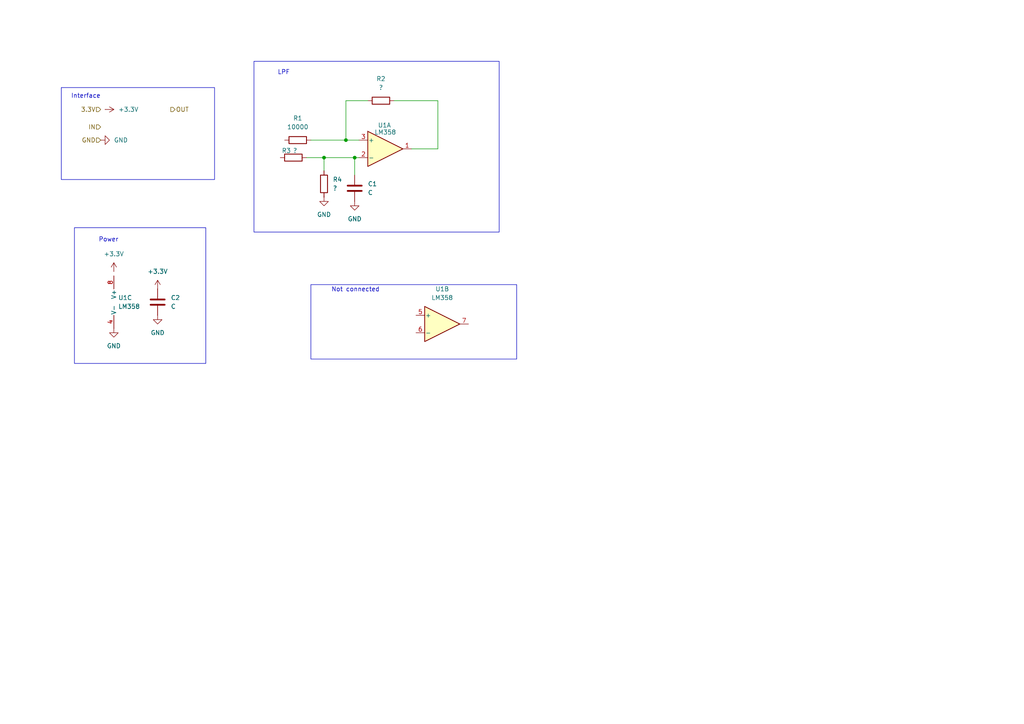
<source format=kicad_sch>
(kicad_sch (version 20231120) (generator "eeschema") (generator_version "8.0")
  (paper "A4")
  (title_block (title "Buck Converter") (date "2025-02-01") (rev "v0"))
  (lib_symbols
    (symbol "Amplifier_Operational:LM358" (pin_names (offset 0.127))
      (property "Reference" "U" (at 0 5.08 0))
      (property "Value" "LM358" (at 0 -5.08 0))
      (symbol "LM358_1_1"
        (polyline (pts (xy -5.08 5.08) (xy 5.08 0) (xy -5.08 -5.08) (xy -5.08 5.08)) (stroke (width 0.254)) (fill (type background)))
        (pin output line (at 7.62 0 180) (length 2.54) (name "~") (number "1"))
        (pin input line (at -7.62 -2.54 0) (length 2.54) (name "-") (number "2"))
        (pin input line (at -7.62 2.54 0) (length 2.54) (name "+") (number "3"))
      )
      (symbol "LM358_2_1"
        (polyline (pts (xy -5.08 5.08) (xy 5.08 0) (xy -5.08 -5.08) (xy -5.08 5.08)) (stroke (width 0.254)) (fill (type background)))
        (pin input line (at -7.62 2.54 0) (length 2.54) (name "+") (number "5"))
        (pin input line (at -7.62 -2.54 0) (length 2.54) (name "-") (number "6"))
        (pin output line (at 7.62 0 180) (length 2.54) (name "~") (number "7"))
      )
      (symbol "LM358_3_1"
        (pin power_in line (at -2.54 -7.62 90) (length 3.81) (name "V-") (number "4"))
        (pin power_in line (at -2.54 7.62 270) (length 3.81) (name "V+") (number "8"))
      )
    )
    (symbol "Device:C" (pin_numbers hide) (pin_names (offset 0.254))
      (property "Reference" "C" (at 0.635 2.54 0))
      (property "Value" "C" (at 0.635 -2.54 0))
      (symbol "C_0_1"
        (polyline (pts (xy -2.032 -0.762) (xy 2.032 -0.762)) (stroke (width 0.508)))
        (polyline (pts (xy -2.032 0.762) (xy 2.032 0.762)) (stroke (width 0.508)))
      )
      (symbol "C_1_1"
        (pin passive line (at 0 3.81 270) (length 2.794) (name "~") (number "1"))
        (pin passive line (at 0 -3.81 90) (length 2.794) (name "~") (number "2"))
      )
    )
    (symbol "Device:R" (pin_numbers hide) (pin_names (offset 0))
      (property "Reference" "R" (at 2.032 0 90))
      (property "Value" "R" (at 0 0 90))
      (symbol "R_0_1"
        (rectangle (start -1.016 -2.54) (end 1.016 2.54) (stroke (width 0.254)))
      )
      (symbol "R_1_1"
        (pin passive line (at 0 3.81 270) (length 1.27) (name "~") (number "1"))
        (pin passive line (at 0 -3.81 90) (length 1.27) (name "~") (number "2"))
      )
    )
    (symbol "power:+3.3V" (power) (pin_numbers hide) (pin_names (offset 0) hide)
      (property "Value" "+3.3V" (at 0 3.556 0))
      (symbol "+3.3V_0_1"
        (polyline (pts (xy -0.762 1.27) (xy 0 2.54)))
        (polyline (pts (xy 0 0) (xy 0 2.54)))
        (polyline (pts (xy 0 2.54) (xy 0.762 1.27)))
      )
      (symbol "+3.3V_1_1"
        (pin power_in line (at 0 0 90) (length 0) (name "~") (number "1"))
      )
    )
    (symbol "power:GND" (power) (pin_numbers hide) (pin_names (offset 0) hide)
      (property "Value" "GND" (at 0 -3.81 0))
      (symbol "GND_0_1"
        (polyline (pts (xy 0 0) (xy 0 -1.27) (xy 1.27 -1.27) (xy 0 -2.54) (xy -1.27 -1.27) (xy 0 -1.27)))
      )
      (symbol "GND_1_1"
        (pin power_in line (at 0 0 270) (length 0) (name "~") (number "1"))
      )
    )
  )
  (junction (at 100.33 40.64))
  (junction (at 102.87 45.72))
  (junction (at 93.98 45.72))
  (wire (pts (xy 93.98 45.72) (xy 93.98 49.53)))
  (wire (pts (xy 114.3 29.21) (xy 127 29.21)))
  (wire (pts (xy 100.33 29.21) (xy 100.33 40.64)))
  (wire (pts (xy 106.68 29.21) (xy 100.33 29.21)))
  (wire (pts (xy 100.33 40.64) (xy 104.14 40.64)))
  (wire (pts (xy 93.98 45.72) (xy 102.87 45.72)))
  (wire (pts (xy 88.9 45.72) (xy 93.98 45.72)))
  (wire (pts (xy 90.17 40.64) (xy 100.33 40.64)))
  (wire (pts (xy 102.87 45.72) (xy 102.87 50.8)))
  (wire (pts (xy 127 43.18) (xy 119.38 43.18)))
  (wire (pts (xy 102.87 45.72) (xy 104.14 45.72)))
  (wire (pts (xy 127 29.21) (xy 127 43.18)))
  (rectangle (start 90.17 82.55) (end 149.86 104.14))
  (rectangle (start 17.78 25.4) (end 62.23 52.07))
  (rectangle (start 21.59 66.04) (end 59.69 105.41))
  (rectangle (start 73.66 17.78) (end 144.78 67.31))
  (text "Power" (at 31.496 69.596 0) (effects (font (size 1.27 1.27))))
  (text "Interface" (at 24.892 27.94 0) (effects (font (size 1.27 1.27))))
  (text "Not connected" (at 103.124 84.074 0) (effects (font (size 1.27 1.27))))
  (text "LPF" (at 82.296 21.082 0) (effects (font (size 1.27 1.27))))
  (hierarchical_label "GND" (shape input) (at 29.21 40.64 180))
  (hierarchical_label "IN" (shape input) (at 29.21 36.83 180))
  (hierarchical_label "3.3V" (shape input) (at 29.21 31.75 180))
  (hierarchical_label "OUT" (shape output) (at 49.53 31.75 0))
  (symbol (lib_id "power:+3.3V") (at 45.72 83.82 0) (unit 1)
    (property "Reference" "#PWR015" (effects (hide yes)))
    (property "Value" "+3.3V" (at 45.72 78.74 0))
    (property "Description" "Power symbol creates a global label with name \"+3.3V\"" (effects (hide yes)))
  )
  (symbol (lib_id "Device:R") (at 93.98 53.34 0) (unit 1)
    (property "Reference" "R4" (at 96.52 52.0699 0) (effects (justify left)))
    (property "Value" "?" (at 96.52 54.6099 0) (effects (justify left)))
    (property "Footprint" "Resistor_SMD:R_0805_2012Metric" (effects (hide yes)))
    (property "Description" "Resistor" (effects (hide yes)))
    (property "Part Number" "RMCF0805FT10K0" (effects (hide yes)))
  )
  (symbol (lib_id "Device:R") (at 86.36 40.64 270) (unit 1)
    (property "Reference" "R1" (at 86.36 34.29 90))
    (property "Value" "10000" (at 86.36 36.83 90))
    (property "Footprint" "Resistor_SMD:R_0805_2012Metric" (effects (hide yes)))
    (property "Description" "Resistor" (effects (hide yes)))
    (property "Part Number" "RMCF0805FT10K0" (effects (hide yes)))
  )
  (symbol (lib_id "power:+3.3V") (at 30.48 31.75 270) (unit 1)
    (property "Reference" "#PWR09" (effects (hide yes)))
    (property "Value" "+3.3V" (at 34.29 31.7499 90) (effects (justify left)))
    (property "Description" "Power symbol creates a global label with name \"+3.3V\"" (effects (hide yes)))
  )
  (symbol (lib_id "Device:R") (at 110.49 29.21 270) (unit 1)
    (property "Reference" "R2" (at 110.49 22.86 90))
    (property "Value" "?" (at 110.49 25.4 90))
    (property "Footprint" "Resistor_SMD:R_0805_2012Metric" (effects (hide yes)))
    (property "Description" "Resistor" (effects (hide yes)))
    (property "Part Number" "RMCF0805FT10K0" (effects (hide yes)))
  )
  (symbol (lib_id "power:+3.3V") (at 33.02 78.74 0) (unit 1)
    (property "Reference" "#PWR011" (effects (hide yes)))
    (property "Value" "+3.3V" (at 33.02 73.66 0))
    (property "Description" "Power symbol creates a global label with name \"+3.3V\"" (effects (hide yes)))
  )
  (symbol (lib_id "Amplifier_Operational:LM358") (at 111.76 43.18 0) (unit 1)
    (property "Reference" "U1" (at 111.506 36.322 0))
    (property "Value" "LM358" (at 111.76 38.354 0))
    (property "Footprint" "Package_SO:VSSOP-8_3x3mm_P0.65mm" (effects (hide yes)))
    (property "Datasheet" "http://www.ti.com/lit/ds/symlink/lm2904-n.pdf" (effects (hide yes)))
    (property "Description" "Low-Power, Dual Operational Amplifiers, DIP-8/SOIC-8/TO-99-8" (effects (hide yes)))
    (property "Part Number" "LM358DGKR" (effects (hide yes)))
  )
  (symbol (lib_id "power:GND") (at 93.98 57.15 0) (unit 1)
    (property "Reference" "#PWR013" (effects (hide yes)))
    (property "Value" "GND" (at 93.98 62.23 0))
    (property "Description" "Power symbol creates a global label with name \"GND\" , ground" (effects (hide yes)))
  )
  (symbol (lib_id "Device:R") (at 85.09 45.72 270) (unit 1)
    (property "Reference" "R3" (at 83.058 43.688 90))
    (property "Value" "?" (at 85.598 43.688 90))
    (property "Footprint" "Resistor_SMD:R_0805_2012Metric" (effects (hide yes)))
    (property "Description" "Resistor" (effects (hide yes)))
    (property "Part Number" "RMCF0805FT10K0" (effects (hide yes)))
  )
  (symbol (lib_id "power:GND") (at 45.72 91.44 0) (unit 1)
    (property "Reference" "#PWR016" (effects (hide yes)))
    (property "Value" "GND" (at 45.72 96.52 0))
    (property "Description" "Power symbol creates a global label with name \"GND\" , ground" (effects (hide yes)))
  )
  (symbol (lib_id "power:GND") (at 29.21 40.64 90) (unit 1)
    (property "Reference" "#PWR010" (effects (hide yes)))
    (property "Value" "GND" (at 33.02 40.6399 90) (effects (justify right)))
    (property "Description" "Power symbol creates a global label with name \"GND\" , ground" (effects (hide yes)))
  )
  (symbol (lib_id "Amplifier_Operational:LM358") (at 128.27 93.98 0) (unit 2)
    (property "Reference" "U1" (at 128.27 83.82 0))
    (property "Value" "LM358" (at 128.27 86.36 0))
    (property "Footprint" "Package_SO:VSSOP-8_3x3mm_P0.65mm" (effects (hide yes)))
    (property "Datasheet" "http://www.ti.com/lit/ds/symlink/lm2904-n.pdf" (effects (hide yes)))
    (property "Description" "Low-Power, Dual Operational Amplifiers, DIP-8/SOIC-8/TO-99-8" (effects (hide yes)))
    (property "Part Number" "LM358DGKR" (effects (hide yes)))
  )
  (symbol (lib_id "power:GND") (at 33.02 95.25 0) (unit 1)
    (property "Reference" "#PWR014" (effects (hide yes)))
    (property "Value" "GND" (at 33.02 100.33 0))
    (property "Description" "Power symbol creates a global label with name \"GND\" , ground" (effects (hide yes)))
  )
  (symbol (lib_id "Device:C") (at 102.87 54.61 0) (unit 1)
    (property "Reference" "C1" (at 106.68 53.3399 0) (effects (justify left)))
    (property "Value" "C" (at 106.68 55.8799 0) (effects (justify left)))
    (property "Footprint" "Capacitor_SMD:C_0805_2012Metric" (effects (hide yes)))
    (property "Description" "Unpolarized capacitor" (effects (hide yes)))
  )
  (symbol (lib_id "Device:C") (at 45.72 87.63 0) (unit 1)
    (property "Reference" "C2" (at 49.53 86.3599 0) (effects (justify left)))
    (property "Value" "C" (at 49.53 88.8999 0) (effects (justify left)))
    (property "Footprint" "Capacitor_SMD:C_0805_2012Metric" (effects (hide yes)))
    (property "Description" "Tantalum Decoupling(Bypass) Capacitor" (effects (hide yes)))
    (property "Part Number" "TMCP1E105MTRF" (effects (hide yes)))
  )
  (symbol (lib_id "power:GND") (at 102.87 58.42 0) (unit 1)
    (property "Reference" "#PWR012" (effects (hide yes)))
    (property "Value" "GND" (at 102.87 63.5 0))
    (property "Description" "Power symbol creates a global label with name \"GND\" , ground" (effects (hide yes)))
  )
  (symbol (lib_id "Amplifier_Operational:LM358") (at 35.56 87.63 0) (unit 3)
    (property "Reference" "U1" (at 34.29 86.3599 0) (effects (justify left)))
    (property "Value" "LM358" (at 34.29 88.8999 0) (effects (justify left)))
    (property "Footprint" "Package_SO:VSSOP-8_3x3mm_P0.65mm" (effects (hide yes)))
    (property "Datasheet" "http://www.ti.com/lit/ds/symlink/lm2904-n.pdf" (effects (hide yes)))
    (property "Description" "Low-Power, Dual Operational Amplifiers, DIP-8/SOIC-8/TO-99-8" (effects (hide yes)))
    (property "Part Number" "LM358DGKR" (effects (hide yes)))
  )
)
</source>
